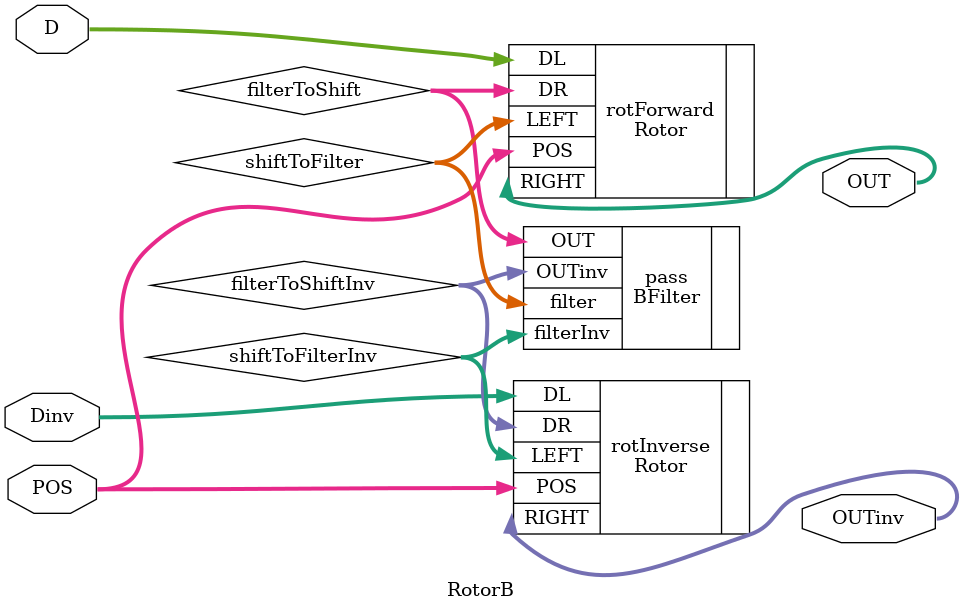
<source format=sv>
`timescale 1ns / 1ps


module RotorB (
    input [25:0] D,
    input [25:0] Dinv,
    output logic [25:0] OUT,
    output logic [25:0] OUTinv,
    input [4:0] POS
    );
    
    logic [25:0] shiftToFilter, filterToShift, shiftToFilterInv, filterToShiftInv;
    
    BFilter pass (.filter(shiftToFilter), .OUT(filterToShift), .filterInv(shiftToFilterInv), .OUTinv(filterToShiftInv));
    Rotor rotForward (.DR(filterToShift), .DL(D), .RIGHT(OUT), .LEFT(shiftToFilter), .POS(POS));
    Rotor rotInverse (.DR(filterToShiftInv), .DL(Dinv), .RIGHT(OUTinv), .LEFT(shiftToFilterInv), .POS(POS));

endmodule


</source>
